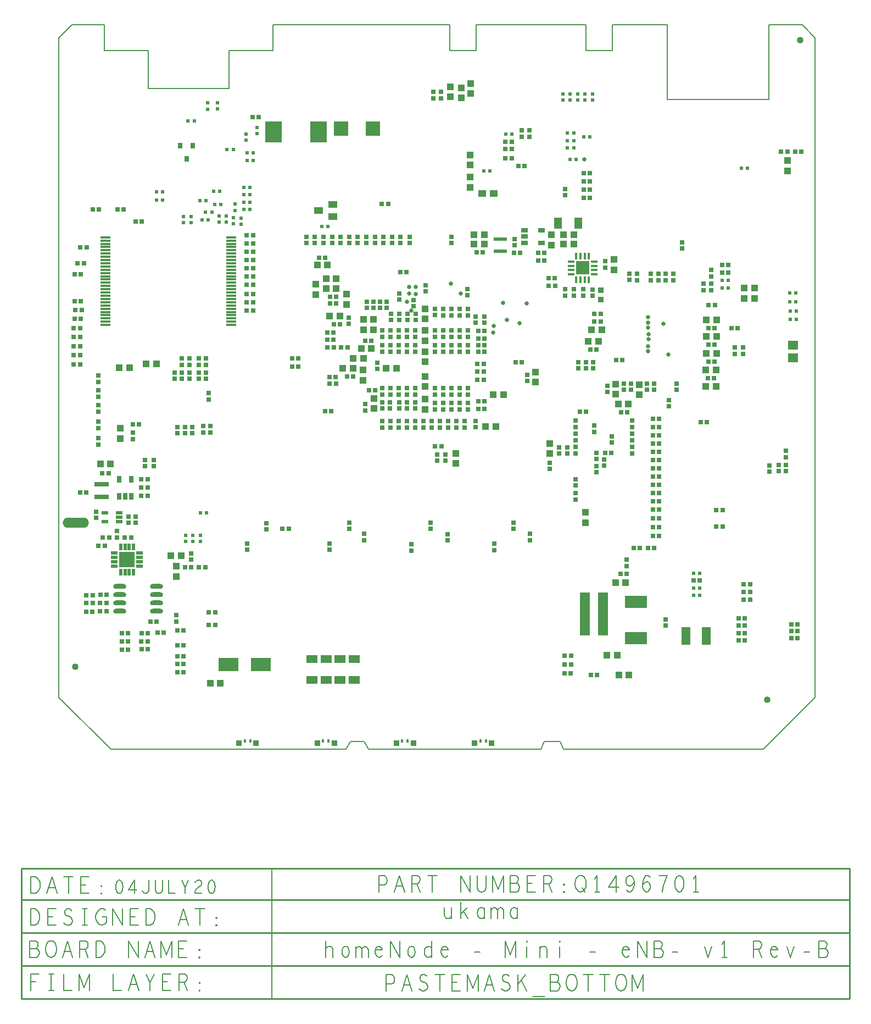
<source format=gbr>
G04 ================== begin FILE IDENTIFICATION RECORD ==================*
G04 Layout Name:  HNODE-MINI-ENB-REV-B_10May22.brd*
G04 Film Name:    HNode-MINI-eNB-v7-RevB-PMB.gbr*
G04 File Format:  Gerber RS274X*
G04 File Origin:  Cadence Allegro 16.6-2015-S108*
G04 Origin Date:  Tue May 10 16:33:03 2022*
G04 *
G04 Layer:  BOARD GEOMETRY/OUTLINE*
G04 Layer:  DRAWING FORMAT/OUTLINE_DATA*
G04 Layer:  PACKAGE GEOMETRY/PASTEMASK_BOTTOM*
G04 Layer:  PIN/PASTEMASK_BOTTOM*
G04 *
G04 Offset:    (0.000 0.000)*
G04 Mirror:    No*
G04 Mode:      Positive*
G04 Rotation:  0*
G04 FullContactRelief:  No*
G04 UndefLineWidth:     6.000*
G04 ================== end FILE IDENTIFICATION RECORD ====================*
%FSLAX55Y55*MOIN*%
%IR0*IPPOS*OFA0.00000B0.00000*MIA0B0*SFA1.00000B1.00000*%
%ADD32R,.085039X.08898*%
%ADD44R,.055X.11*%
%ADD28R,.12411X.08474*%
%ADD13O,.159539X.061118*%
%ADD42R,.133858X.072831*%
%ADD29R,.098421X.129921*%
%ADD17O,.08X.03*%
%ADD38R,.04X.014*%
%ADD39R,.014X.04*%
%ADD45R,.06X.052*%
%ADD27R,.034X.036*%
%ADD37R,.062988X.259839*%
%ADD34R,.045X.043*%
%ADD22R,.044X.04222*%
%ADD10C,.04*%
%ADD15R,.04222X.044*%
%ADD33C,.026*%
%ADD31R,.055X.039*%
%ADD40R,.083X.083*%
%ADD24R,.02X.02*%
%ADD23R,.021X.021*%
%ADD14R,.08661X.0315*%
%ADD11R,.028X.028*%
%ADD25R,.0315X.035429*%
%ADD30R,.070902X.049201*%
%ADD41R,.049201X.070902*%
%ADD43R,.0375X.0375*%
%ADD16R,.059059X.011811*%
%ADD36R,.07874X.024606*%
%ADD19R,.041429X.01978*%
%ADD18R,.01978X.041429*%
%ADD20R,.096551X.096551*%
%ADD12R,.039461X.01978*%
%ADD35R,.03937X.027559*%
%ADD21R,.027559X.03937*%
%ADD26R,.017717X.019685*%
%ADD46C,.01*%
%ADD47C,.006*%
G75*
%LPD*%
G75*
G54D10*
X10000Y50000D03*
X430000Y30000D03*
X450000Y430000D03*
G54D20*
X41374Y115112D03*
G54D11*
X16584Y83513D03*
X20374D03*
X16684Y88913D03*
X20474D03*
X25084Y88813D03*
X28874D03*
X25084Y83813D03*
X28874D03*
X16684Y93513D03*
X20474D03*
X25184Y93813D03*
X28974D03*
X22674Y144203D03*
Y140413D03*
X24084Y123613D03*
X27874D03*
X26674Y128413D03*
X12835Y155736D03*
X16626D03*
X26324Y167599D03*
X23837Y188671D03*
Y184880D03*
X23811Y198671D03*
Y194880D03*
Y204880D03*
X8984Y233513D03*
X12774D03*
X23811Y226671D03*
Y222880D03*
Y208671D03*
Y217671D03*
Y213880D03*
X8984Y244513D03*
X12774D03*
X8984Y239013D03*
X12774D03*
X8984Y250013D03*
X12774D03*
X8984Y255513D03*
X12774D03*
X9484Y261013D03*
X13274D03*
X13265Y288013D03*
X9474D03*
X13865Y266513D03*
X10074D03*
X15165Y294813D03*
X11374D03*
X13265Y271713D03*
X9474D03*
X16765Y304613D03*
X12974D03*
X20484Y327513D03*
X24274D03*
X53881Y60691D03*
X50091D03*
X38233Y60491D03*
X42023D03*
X50091Y70522D03*
X53881D03*
X53872Y65522D03*
X50082D03*
X55584Y77313D03*
X38233Y70322D03*
X42023D03*
X42013Y65322D03*
X38223D03*
X42174Y141203D03*
Y137413D03*
X46674Y137423D03*
Y141213D03*
X40084Y128613D03*
X43874D03*
X35174Y132303D03*
Y128513D03*
X30465Y128413D03*
X53845Y163717D03*
X50055D03*
X53845Y158817D03*
X50055D03*
X53845Y153817D03*
X50055D03*
X57714Y171645D03*
Y175436D03*
X52214Y175426D03*
Y171636D03*
X30114Y167599D03*
X44814Y188245D03*
Y192036D03*
X44924Y197136D03*
X48714D03*
X46484Y320013D03*
X50274D03*
X39265Y327513D03*
X35474D03*
X75644Y46703D03*
X71853D03*
X71863Y51703D03*
X75653D03*
X75644Y56535D03*
X71853D03*
X75607Y63049D03*
X71816D03*
X71826Y71961D03*
X75616D03*
X71389Y81367D03*
Y77577D03*
X59931Y70685D03*
X63721D03*
X59374Y77313D03*
X76484Y110513D03*
X80274D03*
X80374Y118903D03*
Y115113D03*
X84984Y110513D03*
X71927Y195503D03*
Y191713D03*
X76427Y195503D03*
Y191713D03*
X80927Y195503D03*
Y191713D03*
X87427Y196003D03*
Y192213D03*
X74674Y224723D03*
Y228513D03*
X79174Y224723D03*
Y228513D03*
X70174Y224723D03*
Y228513D03*
X74674Y233213D03*
X79174D03*
X84911Y224723D03*
Y228513D03*
Y233213D03*
X74674Y237003D03*
X79174D03*
X84911D03*
X94765Y75513D03*
X90974D03*
X94765Y83013D03*
X90974D03*
X88774Y110513D03*
X114187Y121151D03*
Y124941D03*
X91927Y196003D03*
Y192213D03*
X89411Y224723D03*
Y228513D03*
Y233213D03*
X90927Y216003D03*
Y212213D03*
X89411Y237003D03*
X114053Y266217D03*
Y276217D03*
Y271217D03*
X114043Y291717D03*
X114053Y286717D03*
Y281717D03*
Y301717D03*
Y296717D03*
Y311717D03*
Y306717D03*
X125887Y137231D03*
Y133441D03*
X139487Y133722D03*
X135697D03*
X141439Y232264D03*
X145229D03*
X141439Y237264D03*
X145229D03*
X117843Y266217D03*
Y276217D03*
Y271217D03*
X117833Y291717D03*
X117843Y286717D03*
Y281717D03*
Y301717D03*
Y296717D03*
Y311717D03*
Y306717D03*
X121290Y383400D03*
X117500D03*
X164287Y121151D03*
Y124941D03*
X165235Y204975D03*
X161445D03*
X174791Y226039D03*
X164307Y221722D03*
X168097D03*
X164291Y225739D03*
X168081D03*
X166792Y243739D03*
X163002D03*
X162947Y248291D03*
X166737D03*
X170583Y257622D03*
X166793D03*
X162947Y252841D03*
X166737D03*
X171391Y243739D03*
X175181D03*
X164591Y270339D03*
X168381D03*
X168371Y274339D03*
X164581D03*
X157907Y298022D03*
X161697D03*
X160597Y307132D03*
Y310922D03*
X170997Y307127D03*
Y310917D03*
X165797Y307127D03*
Y310917D03*
X150197Y307127D03*
Y310917D03*
X155397Y307127D03*
Y310917D03*
X185287Y126851D03*
Y130641D03*
X176287Y137531D03*
Y133741D03*
X201387Y195251D03*
Y199041D03*
X196387Y195251D03*
Y199041D03*
X200987Y206641D03*
X196387D03*
X185993Y205511D03*
X191977Y217841D03*
X188187D03*
X193381Y230749D03*
Y234539D03*
X178581Y226039D03*
X200987Y210431D03*
X201387Y219031D03*
Y215241D03*
X196387Y210431D03*
Y219031D03*
Y215241D03*
X185993Y209301D03*
X201387Y254031D03*
Y250241D03*
X189687Y247941D03*
X185897D03*
X196387Y254031D03*
Y250241D03*
X201697Y264112D03*
Y260322D03*
X175897Y261817D03*
Y258027D03*
X201387Y241251D03*
Y245041D03*
X196387Y241251D03*
Y245041D03*
X198781Y267801D03*
Y271591D03*
X194881Y267801D03*
Y271591D03*
X190981Y267801D03*
Y271591D03*
X186781Y267801D03*
Y271591D03*
X202197Y307122D03*
Y310912D03*
X196997Y307132D03*
Y310922D03*
X191797Y307132D03*
Y310922D03*
X176197Y307127D03*
Y310917D03*
X181397Y307117D03*
Y310907D03*
X186597Y307127D03*
Y310917D03*
X195984Y330713D03*
X199774D03*
X214087Y120551D03*
Y124341D03*
X225687Y137531D03*
Y133741D03*
X229687Y175141D03*
X226387Y195251D03*
Y199041D03*
X231387Y195251D03*
Y199041D03*
X221387Y195251D03*
Y199041D03*
X211387Y195251D03*
Y199041D03*
X216387Y195251D03*
Y199041D03*
X206387Y195251D03*
Y199041D03*
X228387Y206251D03*
X233387D03*
X211387Y206641D03*
X216387D03*
X206639D03*
X229687Y178931D03*
X232177Y183641D03*
X228387D03*
Y210041D03*
X233387D03*
X228387Y219031D03*
Y215241D03*
X233387Y219031D03*
Y215241D03*
X211387Y210431D03*
Y219031D03*
Y215241D03*
X216387Y210431D03*
Y219031D03*
Y215241D03*
X206639Y210431D03*
X206387Y219031D03*
Y215241D03*
X233387Y263246D03*
X228182Y263451D03*
X233387Y254031D03*
Y250241D03*
X228387Y254031D03*
Y250241D03*
X211387Y254031D03*
Y250241D03*
X216387Y254031D03*
Y250241D03*
X206387Y254031D03*
Y250241D03*
X216481Y264234D03*
Y260444D03*
X206487Y264086D03*
Y260296D03*
X211481Y264234D03*
Y260444D03*
X228387Y241251D03*
Y245041D03*
X233387Y241251D03*
Y245041D03*
X211387Y241251D03*
Y245041D03*
X216387Y241251D03*
Y245041D03*
X206387Y241251D03*
Y245041D03*
X211087Y289422D03*
X207297D03*
X233387Y267036D03*
X222487Y277801D03*
Y281591D03*
X228182Y267242D03*
X206587Y272651D03*
Y276441D03*
X215197Y272412D03*
Y268622D03*
X212797Y310923D03*
Y307133D03*
X207397Y310907D03*
Y307117D03*
X227254Y394827D03*
Y398618D03*
X231927Y394888D03*
Y398678D03*
X235887Y126651D03*
Y130441D03*
X234687Y175141D03*
X252887Y199231D03*
Y195441D03*
X246387Y195251D03*
Y199041D03*
X241387Y195251D03*
Y199041D03*
X236387Y195251D03*
Y199041D03*
X258377Y206441D03*
X254587D03*
X248387Y206251D03*
X238387D03*
X243387D03*
X234687Y178931D03*
X257877Y224191D03*
X254087D03*
X257877Y229191D03*
X254087D03*
X257877Y233941D03*
X254087D03*
X258377Y211191D03*
X254587D03*
X248387Y210041D03*
Y219031D03*
Y215241D03*
X238387Y210041D03*
Y219031D03*
Y215241D03*
X243387Y210041D03*
Y219031D03*
Y215241D03*
X238094Y263246D03*
X243387D03*
X248387D03*
X258277Y249141D03*
X254487D03*
X258277Y253939D03*
X254487D03*
X258181Y262429D03*
Y258639D03*
X252881Y262429D03*
Y258639D03*
X248387Y254031D03*
Y250241D03*
X238387Y254031D03*
Y250241D03*
X243387Y254031D03*
Y250241D03*
X258277Y241141D03*
X254487D03*
X258277Y245068D03*
X254487D03*
X248387Y241251D03*
Y245041D03*
X238387Y241251D03*
Y245041D03*
X243387Y241251D03*
Y245041D03*
X247974Y275323D03*
Y279113D03*
X238094Y267036D03*
X243387D03*
X248387D03*
X257365Y301413D03*
X253574D03*
X238174Y310803D03*
Y307013D03*
X264187Y120851D03*
Y124641D03*
X286087Y126851D03*
Y130641D03*
X275887Y137531D03*
Y133741D03*
X280904Y234888D03*
X277113D03*
X284197Y223327D03*
Y227117D03*
X290874Y301213D03*
X280045Y300975D03*
X276254D03*
X290884Y296513D03*
X276552Y305778D03*
Y309568D03*
X270984Y364013D03*
X274774D03*
X270984Y358513D03*
X274774D03*
X280774Y375303D03*
Y371513D03*
X285474Y375303D03*
Y371513D03*
X278902Y353853D03*
X282692D03*
X270984Y368513D03*
X274774D03*
X310855Y56846D03*
X307065D03*
X307088Y51303D03*
X310878D03*
X306834Y46075D03*
X310624D03*
X313487Y155331D03*
Y151541D03*
Y160051D03*
Y163841D03*
X298087Y170051D03*
Y173841D03*
X313487Y187551D03*
Y191341D03*
Y195551D03*
Y199341D03*
X316097Y204941D03*
X319887D03*
X313487Y179551D03*
Y183341D03*
X308587Y179351D03*
Y183141D03*
X303487Y179351D03*
Y183141D03*
X315374Y234903D03*
Y231113D03*
X319874Y231123D03*
Y234913D03*
X318324Y275173D03*
Y278963D03*
X312601Y275173D03*
Y278963D03*
X307300D03*
Y275173D03*
X297300Y280952D03*
X301090D03*
X301062Y285630D03*
X297272D03*
X294665Y301213D03*
X294674Y296513D03*
X318474Y344513D03*
X307374Y336123D03*
Y339913D03*
X318474Y339513D03*
Y334513D03*
Y349513D03*
X326576Y45252D03*
X322786D03*
X344584Y111207D03*
Y114997D03*
X344682Y106605D03*
X340892D03*
X348830Y121981D03*
X326237Y171831D03*
Y168041D03*
X330787Y175781D03*
Y171991D03*
X326237Y176051D03*
X335487Y186051D03*
Y189841D03*
X325087Y196331D03*
Y192541D03*
X341097Y204441D03*
X344887D03*
X347987Y179551D03*
Y183341D03*
X331597Y179841D03*
X335387D03*
X326237D03*
X347987Y191331D03*
Y187541D03*
Y195551D03*
Y199341D03*
X347374Y218123D03*
Y221913D03*
X342874Y221903D03*
Y218113D03*
X338230Y236259D03*
X342020D03*
X324374Y234903D03*
Y231113D03*
X332874Y216623D03*
Y220413D03*
X324984Y259513D03*
X328774D03*
X328765Y264013D03*
X324975D03*
X322484Y242513D03*
X326274D03*
X323887Y275066D03*
Y278856D03*
X331750Y292263D03*
X346374Y284623D03*
Y288413D03*
X331750Y296053D03*
X322265Y344513D03*
Y339513D03*
Y334513D03*
Y349513D03*
X368374Y75123D03*
Y78913D03*
X360597Y145441D03*
X364387D03*
X360597Y140191D03*
X364387D03*
X364377Y134941D03*
X360587D03*
X364377Y129441D03*
X360587D03*
X352621Y121981D03*
X361296Y122127D03*
X357506D03*
X360597Y150441D03*
X364387D03*
X360597Y165441D03*
X364387D03*
X360597Y160441D03*
X364387D03*
X360597Y155441D03*
X364387D03*
X360597Y175441D03*
X364387D03*
X360597Y170441D03*
X364387D03*
X360597Y200441D03*
X364387D03*
X360597Y180441D03*
X364387D03*
X360597Y195441D03*
X364387D03*
X360597Y190441D03*
X364387D03*
X360597Y185441D03*
X364387D03*
X361374Y221803D03*
Y218013D03*
X357074Y221803D03*
Y218013D03*
X374912Y221941D03*
Y218151D03*
X370196Y208051D03*
Y211841D03*
X372974Y288303D03*
Y284513D03*
X350974Y288403D03*
Y284613D03*
X368374Y284523D03*
Y288313D03*
X359174Y288303D03*
Y284513D03*
X363774Y288303D03*
Y284513D03*
X378141Y307595D03*
Y303805D03*
X388965Y102413D03*
X385174D03*
X398984Y135013D03*
X402774D03*
X398984Y145013D03*
X402774D03*
X393381Y198313D03*
X389591D03*
X398065Y235213D03*
X394274D03*
X397565Y225213D03*
X393774D03*
X398065Y255413D03*
X394274D03*
X398065Y245313D03*
X394274D03*
X408284Y255513D03*
X406265Y293713D03*
X402474D03*
X402484Y289113D03*
X406274D03*
X396074Y290703D03*
Y286913D03*
Y282403D03*
Y278613D03*
X391174Y282403D03*
Y278613D03*
X394384Y269613D03*
X398174D03*
X416265Y79613D03*
X412474D03*
X416265Y75113D03*
X412474D03*
X412484Y66113D03*
X416274D03*
X412484Y70613D03*
X416274D03*
X419465Y90913D03*
X415674D03*
X419465Y95613D03*
X415674D03*
X419465Y100213D03*
X415674D03*
X431274Y168323D03*
Y172113D03*
X436774Y172560D03*
Y168770D03*
X412074Y255513D03*
X415174Y243703D03*
Y239913D03*
X410374Y243703D03*
Y239913D03*
X448289Y71741D03*
X444499D03*
X448323Y67371D03*
X444532D03*
X448289Y75941D03*
X444499D03*
X441274Y168823D03*
Y172613D03*
X441300Y177210D03*
Y181000D03*
X442200Y362300D03*
X438410D03*
X446784Y362313D03*
X450574D03*
G54D21*
X43955Y163717D03*
X36474D03*
Y153481D03*
X40214D03*
X43955D03*
G54D12*
X27843Y138254D03*
Y143372D03*
X36505D03*
Y138254D03*
Y140813D03*
G54D30*
X162242Y54702D03*
Y42102D03*
X153742Y54702D03*
Y42102D03*
X170735Y54709D03*
Y42109D03*
X179236Y54709D03*
Y42109D03*
G54D40*
X317874Y292013D03*
G54D31*
X166130Y322963D03*
X157430Y326713D03*
X166130Y330463D03*
G54D22*
X37314Y194736D03*
Y188536D03*
X71375Y104913D03*
Y111113D03*
X156087Y275841D03*
Y282041D03*
X174637Y276141D03*
Y269941D03*
X191287Y206641D03*
X184497Y223822D03*
Y230022D03*
X191287Y212841D03*
X222387Y206251D03*
Y212451D03*
X222237Y235051D03*
X222387Y220041D03*
Y226241D03*
X222237Y241251D03*
X222387Y261041D03*
Y247831D03*
Y254031D03*
Y267241D03*
X240787Y173341D03*
Y179541D03*
X249550Y347002D03*
Y340802D03*
X249650Y360602D03*
Y354402D03*
X237616Y401925D03*
Y395725D03*
X244111Y401162D03*
Y394962D03*
X250079Y397623D03*
Y403823D03*
X289397Y228922D03*
Y222722D03*
X319597Y137522D03*
Y143722D03*
X298087Y185541D03*
Y179341D03*
X298974Y305913D03*
Y312113D03*
X337874Y215413D03*
Y221613D03*
X336875Y290913D03*
Y297113D03*
X352165Y215035D03*
Y221235D03*
X422100Y273500D03*
Y279700D03*
X415900D03*
Y273500D03*
X442184Y350800D03*
Y357000D03*
G54D13*
X10121Y137528D03*
G54D41*
X302807Y319256D03*
X315407D03*
G54D14*
X26044Y152976D03*
Y160850D03*
G54D23*
X86004Y143513D03*
X81374Y126143D03*
Y129883D03*
X85874Y126143D03*
Y129883D03*
X76874D03*
Y126143D03*
X75600Y323270D03*
Y319530D03*
X86930Y321200D03*
X80100Y323270D03*
Y319530D03*
X85530Y332700D03*
X82134Y380965D03*
X78393D03*
X89744Y143513D03*
X110600Y322030D03*
Y318290D03*
X106016Y322531D03*
Y318791D03*
X90670Y321200D03*
X101600Y323470D03*
Y319730D03*
X97116Y323531D03*
Y319791D03*
X116016Y327375D03*
X112275D03*
X116016Y331815D03*
X112275D03*
X116016Y336315D03*
X112275D03*
X116016Y340815D03*
X112275D03*
X107000Y330670D03*
Y326930D03*
X93930Y338400D03*
X97670D03*
X98270Y330500D03*
X94530D03*
X89030Y325700D03*
X92770D03*
X89270Y332700D03*
X105792Y363925D03*
X102051D03*
X113700Y369330D03*
Y373070D03*
X114341Y357100D03*
Y361661D03*
X90300Y388230D03*
Y391970D03*
X96100Y388330D03*
Y392070D03*
X118082Y357100D03*
X120300Y373429D03*
Y377170D03*
X118082Y361661D03*
X163244Y317113D03*
X159504D03*
X257904Y350913D03*
X261644D03*
X271104Y373013D03*
X274844D03*
X312445Y369213D03*
X308704D03*
X312444Y373713D03*
X308704D03*
X318504Y371513D03*
X308704Y364713D03*
X312444D03*
X310330Y357800D03*
X314070D03*
X314874Y393643D03*
Y397383D03*
X319374D03*
Y393643D03*
X310374Y393643D03*
Y397383D03*
X305874Y397383D03*
Y393643D03*
X322245Y371513D03*
X323874Y393643D03*
Y397383D03*
X388944Y93413D03*
X385204D03*
X388944Y97913D03*
X385204D03*
X388944Y106913D03*
X385204D03*
X402504Y284413D03*
X406245D03*
X406245Y279913D03*
X402504D03*
X414189Y352508D03*
X417929D03*
X447535Y260785D03*
X443795D03*
X447579Y265843D03*
X443839D03*
X447356Y271336D03*
X443616D03*
X447344Y276718D03*
X443604D03*
G54D32*
X171158Y376471D03*
X190450D03*
G54D24*
X62870Y333090D03*
X59370D03*
X62870Y338090D03*
X59370D03*
G54D33*
X216597Y276222D03*
X211237Y271441D03*
X212537Y276391D03*
X216487Y280441D03*
X212587Y280341D03*
X213874Y266113D03*
X244041Y276417D03*
X238074Y282313D03*
X263797Y256822D03*
X263697Y252722D03*
X271797Y260522D03*
X279684Y258423D03*
X269679Y270897D03*
X283826Y270509D03*
X318800Y357800D03*
X357772Y248662D03*
X357721Y244612D03*
Y241462D03*
X370025Y239409D03*
X357671Y255712D03*
X357772Y251812D03*
X357671Y258862D03*
Y262012D03*
X366875Y257965D03*
G54D15*
X25114Y173099D03*
X31314D03*
X42811Y231414D03*
X36611D03*
X53052Y233764D03*
X68082Y117378D03*
X74282D03*
X59252Y233764D03*
X91774Y40013D03*
X97974D03*
X172381Y231139D03*
X164387Y262691D03*
X170587D03*
X162181Y285541D03*
X168381D03*
X162997Y293622D03*
X156797D03*
X162181Y279439D03*
X168381D03*
X184781Y237139D03*
X178581D03*
Y231139D03*
X204881D03*
X198681D03*
X191081Y254539D03*
X184881D03*
X183487Y243141D03*
X189687D03*
X191081Y260941D03*
X184881D03*
X258897Y195622D03*
X252074Y306613D03*
X258274D03*
X252074Y312213D03*
X258274D03*
X265097Y195622D03*
X263597Y215022D03*
X269797D03*
X321274Y247513D03*
X306274Y306513D03*
X312474D03*
X306274Y312013D03*
X312474D03*
X339781Y45006D03*
X345981D03*
X338781Y57220D03*
X332581D03*
X337818Y101046D03*
X344018D03*
X345674Y209513D03*
X339474D03*
X327474Y247513D03*
X323274Y254513D03*
X329474D03*
X398774Y220213D03*
X392574D03*
X398774Y230213D03*
X392574D03*
X399274Y240213D03*
X393074D03*
X399274Y250313D03*
X393074D03*
X399274Y260413D03*
X393074D03*
G54D42*
X350374Y67588D03*
Y89438D03*
G54D16*
X28259Y257398D03*
Y259367D03*
Y263304D03*
Y261335D03*
Y284957D03*
Y267241D03*
Y265272D03*
Y275115D03*
Y271178D03*
Y290863D03*
Y286926D03*
Y281020D03*
Y277083D03*
Y292831D03*
Y288894D03*
Y282989D03*
Y279052D03*
Y273146D03*
Y269209D03*
Y302674D03*
Y298737D03*
Y294800D03*
Y300705D03*
Y296768D03*
Y304642D03*
Y308579D03*
Y310548D03*
Y306611D03*
X104637Y257398D03*
Y259367D03*
Y263304D03*
Y261335D03*
Y281020D03*
Y286926D03*
Y279052D03*
Y284957D03*
Y292831D03*
Y273146D03*
Y271178D03*
Y269209D03*
Y267241D03*
Y265272D03*
Y282989D03*
Y288894D03*
Y290863D03*
Y277083D03*
Y275115D03*
Y294800D03*
Y310548D03*
Y308579D03*
Y306611D03*
Y304642D03*
Y302674D03*
Y300705D03*
Y298737D03*
Y296768D03*
G54D43*
X328874Y272660D03*
Y278566D03*
G54D25*
X77495Y358274D03*
X73755Y366148D03*
X81236D03*
G54D34*
X256974Y337013D03*
X263774D03*
G54D26*
X116173Y5228D03*
X112827D03*
X163673D03*
X160327D03*
X211673D03*
X208327D03*
X259173D03*
X255827D03*
G54D35*
X282658Y307227D03*
Y310967D03*
Y314707D03*
X292894D03*
Y307227D03*
G54D17*
X36774Y88813D03*
X59374D03*
Y83813D03*
X36774D03*
X59374Y93813D03*
X36774D03*
X59374Y98813D03*
X36774D03*
G54D44*
X380596Y68900D03*
X392800D03*
G54D18*
X45213Y107435D03*
X42654D03*
X40094D03*
X37535D03*
X40094Y122789D03*
X37535D03*
X42654D03*
X45213D03*
G54D36*
X267774Y309603D03*
Y302222D03*
G54D27*
X109257Y3850D03*
X119743D03*
X167243D03*
X156757D03*
X204757D03*
X215243D03*
X262743D03*
X252257D03*
G54D45*
X445511Y237579D03*
Y245059D03*
G54D46*
G01X-22652Y-72063D02*
Y-151263D01*
G01D02*
X405248D01*
G01X-22652Y-131263D02*
X479948D01*
G01X-22652Y-91263D02*
X479948D01*
G01X-22652Y-111263D02*
X479948D01*
G01Y-72063D02*
X-22652D01*
G01X405248Y-151263D02*
X479948D01*
G01D02*
Y-72063D01*
G54D19*
X33697Y113832D03*
Y116392D03*
X49051Y113832D03*
Y111273D03*
Y118951D03*
Y116392D03*
X33697Y111273D03*
Y118951D03*
G54D37*
X319363Y82013D03*
X330386D03*
G54D28*
X102964Y51577D03*
X122649D03*
G54D47*
G01X-6102Y-146163D02*
X-3102D01*
G01X-4602Y-136163D02*
Y-146163D01*
G01X-16977D02*
Y-136163D01*
G01X-3752Y-125930D02*
X-4752Y-126097D01*
G01X-2877Y-125264D02*
X-3752Y-125930D01*
G01X-2127Y-124264D02*
X-2877Y-125264D01*
G01X-1627Y-123097D02*
X-2127Y-124264D01*
G01X-1377Y-121764D02*
X-1627Y-123097D01*
G01X-1377Y-120430D02*
Y-121764D01*
G01X-1627Y-119097D02*
X-1377Y-120430D01*
G01X-2127Y-117930D02*
X-1627Y-119097D01*
G01X-2877Y-116930D02*
X-2127Y-117930D01*
G01X-3752Y-116264D02*
X-2877Y-116930D01*
G01X-4752Y-116097D02*
X-3752Y-116264D01*
G01X-5752D02*
X-4752Y-116097D01*
G01X-6627Y-116930D02*
X-5752Y-116264D01*
G01X-7377Y-117930D02*
X-6627Y-116930D01*
G01X-7877Y-119097D02*
X-7377Y-117930D01*
G01X-8127Y-120430D02*
X-7877Y-119097D01*
G01X-8127Y-121764D02*
Y-120430D01*
G01X-7877Y-123097D02*
X-8127Y-121764D01*
G01X-7377Y-124264D02*
X-7877Y-123097D01*
G01X-6627Y-125264D02*
X-7377Y-124264D01*
G01X-5752Y-125930D02*
X-6627Y-125264D01*
G01X-4752Y-126097D02*
X-5752Y-125930D01*
G01X-6102Y-136163D02*
X-3102D01*
G01X-13752Y-120764D02*
X-17627D01*
G01X-12877Y-121097D02*
X-13752Y-120764D01*
G01X-12127Y-122097D02*
X-12877Y-121097D01*
G01X-11877Y-123264D02*
X-12127Y-122097D01*
G01Y-124430D02*
X-11877Y-123264D01*
G01X-12627Y-125430D02*
X-12127Y-124430D01*
G01X-13502Y-126097D02*
X-12627Y-125430D01*
G01X-17627Y-126097D02*
X-13502D01*
G01X-17627Y-116097D02*
Y-126097D01*
G01X-14252Y-116097D02*
X-17627D01*
G01X-13377Y-116597D02*
X-14252Y-116097D01*
G01X-12877Y-117264D02*
X-13377Y-116597D01*
G01X-12627Y-118264D02*
X-12877Y-117264D01*
G01Y-119431D02*
X-12627Y-118264D01*
G01X-13252Y-120264D02*
X-12877Y-119431D01*
G01X-13752Y-120764D02*
X-13252Y-120264D01*
G01X-13977Y-140996D02*
X-16977D01*
G01Y-136163D02*
X-12227D01*
G01X-4202Y-77363D02*
X-1077Y-87363D01*
G01X-7327D02*
X-4202Y-77363D01*
G01X-6902Y-96563D02*
X-1902D01*
G01X-3902Y-101396D02*
X-6902D01*
G01Y-106563D02*
Y-96563D01*
G01X-1902Y-106563D02*
X-6902D01*
G01X-14452Y-87363D02*
X-16952D01*
G01X-13452Y-86863D02*
X-14452Y-87363D01*
G01X-12702Y-86197D02*
X-13452Y-86863D01*
G01X-12077Y-85196D02*
X-12702Y-86197D01*
G01X-16952Y-87363D02*
Y-77363D01*
G01X-14652Y-96563D02*
X-13652Y-97063D01*
G01X-17152Y-96563D02*
X-14652D01*
G01Y-106563D02*
X-17152D01*
G01X-13652Y-106063D02*
X-14652Y-106563D01*
G01X-12902Y-105397D02*
X-13652Y-106063D01*
G01X-12277Y-104396D02*
X-12902Y-105397D01*
G01X-11777Y-103230D02*
X-12277Y-104396D01*
G01X-11652Y-101563D02*
X-11777Y-103230D01*
G01Y-99897D02*
X-11652Y-101563D01*
G01X-12277Y-98730D02*
X-11777Y-99897D01*
G01X-12902Y-97730D02*
X-12277Y-98730D01*
G01X-13652Y-97063D02*
X-12902Y-97730D01*
G01X-17152Y-106563D02*
Y-96563D01*
G01X-2202Y-83863D02*
X-6202D01*
G01X-11577Y-80697D02*
X-11452Y-82363D01*
G01X-12077Y-79530D02*
X-11577Y-80697D01*
G01X-12702Y-78530D02*
X-12077Y-79530D01*
G01X-13452Y-77863D02*
X-12702Y-78530D01*
G01X-14452Y-77363D02*
X-13452Y-77863D01*
G01X-16952Y-77363D02*
X-14452D01*
G01X-11577Y-84030D02*
X-12077Y-85196D01*
G01X-11452Y-82363D02*
X-11577Y-84030D01*
G01X15398Y-144496D02*
X18648Y-136163D01*
G01X12148D02*
X15398Y-144496D01*
G01X18648Y-136163D02*
Y-146163D01*
G01X12148D02*
Y-136163D01*
G01X2898Y-146163D02*
X7898D01*
G01X2898Y-136163D02*
Y-146163D01*
G01X24998Y-126097D02*
X22498D01*
G01X25998Y-125597D02*
X24998Y-126097D01*
G01X26748Y-124931D02*
X25998Y-125597D01*
G01X27373Y-123930D02*
X26748Y-124931D01*
G01X27873Y-122764D02*
X27373Y-123930D01*
G01X27998Y-121097D02*
X27873Y-122764D01*
G01Y-119431D02*
X27998Y-121097D01*
G01X27373Y-118264D02*
X27873Y-119431D01*
G01X26748Y-117264D02*
X27373Y-118264D01*
G01X25998Y-116597D02*
X26748Y-117264D01*
G01X24998Y-116097D02*
X25998Y-116597D01*
G01X22498Y-116097D02*
X24998D01*
G01X22498Y-126097D02*
Y-116097D01*
G01X15873Y-121264D02*
X17748Y-126097D01*
G01X15873Y-121264D02*
X12748D01*
G01X16748Y-120764D02*
X15873Y-121264D01*
G01X17498Y-119930D02*
X16748Y-120764D01*
G01X17748Y-118597D02*
X17498Y-119930D01*
G01Y-117264D02*
X17748Y-118597D01*
G01X16873Y-116597D02*
X17498Y-117264D01*
G01X15873Y-116097D02*
X16873Y-116597D01*
G01X12748Y-116097D02*
X15873D01*
G01X12748Y-126097D02*
Y-116097D01*
G01X5248D02*
X8373Y-126097D01*
G01X7248Y-122597D02*
X3248D01*
G01X2123Y-126097D02*
X5248Y-116097D01*
G01X26048Y-87530D02*
X25798Y-87696D01*
G01X26048Y-87196D02*
Y-87530D01*
G01X25798Y-87030D02*
X26048Y-87196D01*
G01X25548D02*
X25798Y-87030D01*
G01X25548Y-87530D02*
Y-87196D01*
G01X25798Y-87696D02*
X25548Y-87530D01*
G01X26473Y-96563D02*
X27473Y-96896D01*
G01X25598Y-96563D02*
X26473D01*
G01X24598Y-97063D02*
X25598Y-96563D01*
G01X27473Y-96896D02*
X28223Y-97563D01*
G01X23848Y-97730D02*
X24598Y-97063D01*
G01X23098Y-98730D02*
X23848Y-97730D01*
G01X22598Y-99897D02*
X23098Y-98730D01*
G01X22348Y-100896D02*
X22598Y-99897D01*
G01X22348Y-102063D02*
Y-100896D01*
G01X22598Y-103396D02*
X22348Y-102063D01*
G01X23098Y-104563D02*
X22598Y-103396D01*
G01X23848Y-105563D02*
X23098Y-104563D01*
G01X24723Y-106230D02*
X23848Y-105563D01*
G01X25973Y-106563D02*
X24723Y-106230D01*
G01X27223D02*
X25973Y-106563D01*
G01X28098Y-105563D02*
X27223Y-106230D01*
G01X26348Y-101563D02*
X28848D01*
G01X13298Y-87363D02*
Y-77363D01*
G01X18298Y-87363D02*
X13298D01*
G01X5798Y-77363D02*
Y-87363D01*
G01X14098Y-96563D02*
X17098D01*
G01X6098D02*
X6973Y-96896D01*
G01X5223Y-96563D02*
X6098D01*
G01X14098Y-106563D02*
X17098D01*
G01X15598Y-96563D02*
Y-106563D01*
G01X6973Y-96896D02*
X7723Y-97730D01*
G01X6223Y-101230D02*
X4723Y-100896D01*
G01X7348Y-101896D02*
X6223Y-101230D01*
G01X7973Y-102897D02*
X7348Y-101896D01*
G01X8223Y-104063D02*
X7973Y-102897D01*
G01X7848Y-105230D02*
X8223Y-104063D01*
G01X7098Y-106063D02*
X7848Y-105230D01*
G01X6098Y-106563D02*
X7098Y-106063D01*
G01X5098Y-106563D02*
X6098D01*
G01X4348Y-97063D02*
X5223Y-96563D01*
G01X3723Y-97896D02*
X4348Y-97063D01*
G01X3473Y-99063D02*
X3723Y-97896D01*
G01X3848Y-100230D02*
X3473Y-99063D01*
G01X4723Y-100896D02*
X3848Y-100230D01*
G01X3973Y-106063D02*
X5098Y-106563D01*
G01X2973Y-105230D02*
X3973Y-106063D01*
G01X26048Y-83030D02*
X25798Y-83197D01*
G01X26048Y-82696D02*
Y-83030D01*
G01X25798Y-82530D02*
X26048Y-82696D01*
G01X25548D02*
X25798Y-82530D01*
G01X25548Y-83030D02*
Y-82696D01*
G01X25798Y-83197D02*
X25548Y-83030D01*
G01X13298Y-77363D02*
X18298D01*
G01X16298Y-82196D02*
X13298D01*
G01X2923Y-77363D02*
X8673D01*
G01X427559Y0D02*
X459055Y31496D01*
Y431496D01*
X451181Y439370D01*
X430807Y439370D01*
Y394094D01*
X369193D01*
Y439370D01*
X335827D01*
Y423622D01*
X320079D01*
Y439370D01*
X253150D01*
Y423622D01*
X237402D01*
Y439370D01*
X129921D01*
Y423622D01*
X103346D01*
Y400787D01*
X54134D01*
Y423622D01*
X27559D01*
Y439370D01*
X7874D01*
X0Y431496D01*
Y31496D01*
X31496Y0D01*
X174128D01*
X176813Y4724D01*
X185223D01*
X187908Y0D01*
X292520D01*
X294489Y4724D01*
X304331D01*
X306300Y0D01*
X427559D01*
G01X55398Y-146163D02*
Y-141663D01*
G01X45398Y-136163D02*
X48523Y-146163D01*
G01X42273D02*
X45398Y-136163D01*
G01X32898Y-146163D02*
X37898D01*
G01X32898Y-136163D02*
Y-146163D01*
G01X57248Y-122597D02*
X53248D01*
G01X55248Y-116097D02*
X58373Y-126097D01*
G01X57898Y-136163D02*
X55398Y-141663D01*
G01D02*
X52898Y-136163D01*
G01X52123Y-126097D02*
X55248Y-116097D01*
G01X48123Y-126097D02*
Y-116097D01*
G01X42373D02*
X48123Y-126097D01*
G01X42373D02*
Y-116097D01*
G01X47398Y-142663D02*
X43398D01*
G01X36635Y-79366D02*
X35835Y-79632D01*
X35235Y-80299D01*
X34835Y-81099D01*
X34535Y-82166D01*
X34435Y-83366D01*
X34535Y-84566D01*
X34835Y-85633D01*
X35235Y-86433D01*
X35835Y-87099D01*
X36635Y-87366D01*
X37435Y-87099D01*
X38035Y-86433D01*
X38435Y-85633D01*
X38735Y-84566D01*
X38835Y-83366D01*
X38735Y-82166D01*
X38435Y-81099D01*
X38035Y-80299D01*
X37435Y-79632D01*
X36635Y-79366D01*
G01X45835Y-87366D02*
Y-79366D01*
X42135Y-85099D01*
X47135D01*
G01X50635Y-85766D02*
X51135Y-86566D01*
X51735Y-87099D01*
X52435Y-87366D01*
X53235Y-87099D01*
X53835Y-86566D01*
X54435Y-85766D01*
X54635Y-84699D01*
Y-79366D01*
G01X58435D02*
Y-85099D01*
X58835Y-86299D01*
X59635Y-87099D01*
X60635Y-87366D01*
X61635Y-87099D01*
X62435Y-86299D01*
X62835Y-85099D01*
Y-79366D01*
G01X66635D02*
Y-87366D01*
X70635D01*
G01X76635D02*
Y-83766D01*
X74635Y-79366D01*
G01X78635D02*
X76635Y-83766D01*
G01X82735Y-80699D02*
X83335Y-79899D01*
X84035Y-79499D01*
X84835Y-79366D01*
X85835Y-79632D01*
X86535Y-80299D01*
X86735Y-81099D01*
X86635Y-81899D01*
X86235Y-82566D01*
X84235Y-83899D01*
X83335Y-84833D01*
X82735Y-86166D01*
X82535Y-87366D01*
X86735D01*
G01X92635Y-79366D02*
X91835Y-79632D01*
X91235Y-80299D01*
X90835Y-81099D01*
X90535Y-82166D01*
X90435Y-83366D01*
X90535Y-84566D01*
X90835Y-85633D01*
X91235Y-86433D01*
X91835Y-87099D01*
X92635Y-87366D01*
X93435Y-87099D01*
X94035Y-86433D01*
X94435Y-85633D01*
X94735Y-84566D01*
X94835Y-83366D01*
X94735Y-82166D01*
X94435Y-81099D01*
X94035Y-80299D01*
X93435Y-79632D01*
X92635Y-79366D01*
G01X55348Y-96563D02*
X56348Y-97063D01*
G01Y-106063D02*
X55348Y-106563D01*
G01X57098Y-105397D02*
X56348Y-106063D01*
G01Y-97063D02*
X57098Y-97730D01*
G01X52848Y-96563D02*
X55348D01*
G01X43098D02*
X48098D01*
G01X55348Y-106563D02*
X52848D01*
G01D02*
Y-96563D01*
G01X46098Y-101396D02*
X43098D01*
G01Y-106563D02*
Y-96563D01*
G01X48098Y-106563D02*
X43098D01*
G01X38473D02*
Y-96563D01*
G01X32723D02*
X38473Y-106563D01*
G01X32723D02*
Y-96563D01*
G01X28848Y-104563D02*
X28098Y-105563D01*
G01X28848Y-101563D02*
Y-104563D01*
G01X85648Y-146330D02*
X85398Y-146496D01*
G01X85648Y-145996D02*
Y-146330D01*
G01X85398Y-145830D02*
X85648Y-145996D01*
G01X85148D02*
X85398Y-145830D01*
G01X85148Y-146330D02*
Y-145996D01*
G01X85398Y-146496D02*
X85148Y-146330D01*
G01X76023Y-141330D02*
X77898Y-146163D01*
G01X72898D02*
Y-136163D01*
G01X62898Y-146163D02*
Y-136163D01*
G01X67898Y-146163D02*
X62898D01*
G01X85498Y-121764D02*
X85248Y-121931D01*
G01X85498Y-121430D02*
Y-121764D01*
G01X85248Y-121264D02*
X85498Y-121430D01*
G01Y-126264D02*
X85248Y-126430D01*
G01X85498Y-125930D02*
Y-126264D01*
G01X85248Y-125764D02*
X85498Y-125930D01*
G01X85648Y-141830D02*
X85398Y-141997D01*
G01X85648Y-141496D02*
Y-141830D01*
G01X85398Y-141330D02*
X85648Y-141496D01*
G01X85148D02*
X85398Y-141330D01*
G01X85148Y-141830D02*
Y-141496D01*
G01X85398Y-141997D02*
X85148Y-141830D01*
G01X84998Y-121430D02*
X85248Y-121264D01*
G01X84998Y-121764D02*
Y-121430D01*
G01X85248Y-121931D02*
X84998Y-121764D01*
G01Y-125930D02*
X85248Y-125764D01*
G01X84998Y-126264D02*
Y-125930D01*
G01X85248Y-126430D02*
X84998Y-126264D01*
G01X75748Y-120930D02*
X72748D01*
G01Y-116097D02*
X77748D01*
G01X72748Y-126097D02*
Y-116097D01*
G01X77748Y-126097D02*
X72748D01*
G01X76023Y-141330D02*
X72898D01*
G01X76898Y-140830D02*
X76023Y-141330D01*
G01X77648Y-139996D02*
X76898Y-140830D01*
G01X77898Y-138663D02*
X77648Y-139996D01*
G01Y-137330D02*
X77898Y-138663D01*
G01X77023Y-136663D02*
X77648Y-137330D01*
G01X76023Y-136163D02*
X77023Y-136663D01*
G01X72898Y-136163D02*
X76023D01*
G01X68498Y-116097D02*
Y-126097D01*
G01X65248Y-124430D02*
X68498Y-116097D01*
G01X61998D02*
X65248Y-124430D01*
G01X61998Y-126097D02*
Y-116097D01*
G01X65898Y-140996D02*
X62898D01*
G01Y-136163D02*
X67898D01*
G01X85598Y-96563D02*
Y-106563D01*
G01X82723Y-96563D02*
X88473D01*
G01X77598Y-103063D02*
X73598D01*
G01X75598Y-96563D02*
X78723Y-106563D01*
G01X72473D02*
X75598Y-96563D01*
G01X57723Y-104396D02*
X57098Y-105397D01*
G01X58223Y-103230D02*
X57723Y-104396D01*
G01X58348Y-101563D02*
X58223Y-103230D01*
G01Y-99897D02*
X58348Y-101563D01*
G01X57723Y-98730D02*
X58223Y-99897D01*
G01X57098Y-97730D02*
X57723Y-98730D01*
G01X95848Y-102230D02*
X95598Y-102397D01*
G01X95848Y-101896D02*
Y-102230D01*
G01X95598Y-101730D02*
X95848Y-101896D01*
G01X95348D02*
X95598Y-101730D01*
G01X95348Y-102230D02*
Y-101896D01*
G01X95598Y-102397D02*
X95348Y-102230D01*
G01X95848Y-106730D02*
X95598Y-106896D01*
G01X95848Y-106396D02*
Y-106730D01*
G01X95598Y-106230D02*
X95848Y-106396D01*
G01X95348D02*
X95598Y-106230D01*
G01X95348Y-106730D02*
Y-106396D01*
G01X95598Y-106896D02*
X95348Y-106730D01*
G01X129248Y-72484D02*
Y-150643D01*
G01X161900Y-126187D02*
Y-116187D01*
G01Y-121020D02*
X162525Y-120187D01*
X163150Y-119687D01*
X164150Y-119521D01*
X164900Y-119687D01*
X165775Y-120354D01*
X166150Y-121354D01*
Y-126187D01*
G01X174025D02*
X173275Y-126021D01*
X172525Y-125354D01*
X172025Y-124187D01*
X171775Y-122854D01*
X172025Y-121521D01*
X172525Y-120354D01*
X173275Y-119687D01*
X174025Y-119521D01*
X174775Y-119687D01*
X175525Y-120354D01*
X176025Y-121521D01*
X176150Y-122854D01*
X176025Y-124187D01*
X175525Y-125354D01*
X174775Y-126021D01*
X174025Y-126187D01*
G01X180275D02*
Y-119521D01*
G01Y-121354D02*
X180650Y-120520D01*
X181275Y-119854D01*
X182150Y-119521D01*
X183025Y-119854D01*
X183650Y-120520D01*
X184025Y-121354D01*
Y-126187D01*
G01Y-121354D02*
X184400Y-120520D01*
X185025Y-119854D01*
X185900Y-119521D01*
X186775Y-119854D01*
X187400Y-120520D01*
X187775Y-121521D01*
Y-126187D01*
G01X192150Y-121687D02*
X196150D01*
X195775Y-120520D01*
X195150Y-119854D01*
X194275Y-119521D01*
X193400Y-119687D01*
X192650Y-120187D01*
X192150Y-121354D01*
X191900Y-122354D01*
Y-123354D01*
X192150Y-124354D01*
X192775Y-125354D01*
X193525Y-126021D01*
X194400Y-126187D01*
X195275Y-125854D01*
X196150Y-124854D01*
G01X201150Y-126187D02*
Y-116187D01*
X206900Y-126187D01*
Y-116187D01*
G01X214025Y-126187D02*
X213275Y-126021D01*
X212525Y-125354D01*
X212025Y-124187D01*
X211775Y-122854D01*
X212025Y-121521D01*
X212525Y-120354D01*
X213275Y-119687D01*
X214025Y-119521D01*
X214775Y-119687D01*
X215525Y-120354D01*
X216025Y-121521D01*
X216150Y-122854D01*
X216025Y-124187D01*
X215525Y-125354D01*
X214775Y-126021D01*
X214025Y-126187D01*
G01X226275Y-116187D02*
Y-126187D01*
G01Y-124688D02*
X225775Y-125521D01*
X225025Y-126021D01*
X224150Y-126187D01*
X223150Y-125854D01*
X222400Y-125021D01*
X221900Y-124021D01*
X221775Y-122854D01*
X221900Y-121687D01*
X222400Y-120687D01*
X223150Y-119854D01*
X224150Y-119521D01*
X225025Y-119687D01*
X225650Y-120021D01*
X226275Y-120687D01*
G01X232150Y-121687D02*
X236150D01*
X235775Y-120520D01*
X235150Y-119854D01*
X234275Y-119521D01*
X233400Y-119687D01*
X232650Y-120187D01*
X232150Y-121354D01*
X231900Y-122354D01*
Y-123354D01*
X232150Y-124354D01*
X232775Y-125354D01*
X233525Y-126021D01*
X234400Y-126187D01*
X235275Y-125854D01*
X236150Y-124854D01*
G01X252400Y-122854D02*
X255650D01*
G01X270775Y-126187D02*
Y-116187D01*
X274025Y-124521D01*
X277275Y-116187D01*
Y-126187D01*
G01X284025Y-119521D02*
Y-126187D01*
G01Y-116854D02*
X283775Y-116687D01*
Y-116354D01*
X284025Y-116187D01*
X284275Y-116354D01*
Y-116687D01*
X284025Y-116854D01*
G01X291900Y-126187D02*
Y-119521D01*
G01Y-121187D02*
X292400Y-120354D01*
X293150Y-119687D01*
X294150Y-119521D01*
X295025Y-119687D01*
X295775Y-120354D01*
X296150Y-121521D01*
Y-126187D01*
G01X304025Y-119521D02*
Y-126187D01*
G01Y-116854D02*
X303775Y-116687D01*
Y-116354D01*
X304025Y-116187D01*
X304275Y-116354D01*
Y-116687D01*
X304025Y-116854D01*
G01X322400Y-122854D02*
X325650D01*
G01X342150Y-121687D02*
X346150D01*
X345775Y-120520D01*
X345150Y-119854D01*
X344275Y-119521D01*
X343400Y-119687D01*
X342650Y-120187D01*
X342150Y-121354D01*
X341900Y-122354D01*
Y-123354D01*
X342150Y-124354D01*
X342775Y-125354D01*
X343525Y-126021D01*
X344400Y-126187D01*
X345275Y-125854D01*
X346150Y-124854D01*
G01X351150Y-126187D02*
Y-116187D01*
X356900Y-126187D01*
Y-116187D01*
G01X365025Y-120854D02*
X365525Y-120354D01*
X365900Y-119521D01*
X366150Y-118354D01*
X365900Y-117354D01*
X365400Y-116687D01*
X364525Y-116187D01*
X361150D01*
Y-126187D01*
X365275D01*
X366150Y-125521D01*
X366650Y-124521D01*
X366900Y-123354D01*
X366650Y-122187D01*
X365900Y-121187D01*
X365025Y-120854D01*
X361150D01*
G01X372400Y-122854D02*
X375650D01*
G01X391775Y-119521D02*
X394025Y-126187D01*
X396275Y-119521D01*
G01X404025Y-126187D02*
Y-116187D01*
X402525Y-118187D01*
G01Y-126187D02*
X405525D01*
G01X421525D02*
Y-116187D01*
X424650D01*
X425650Y-116687D01*
X426275Y-117354D01*
X426525Y-118687D01*
X426275Y-120021D01*
X425525Y-120854D01*
X424650Y-121354D01*
X421525D01*
G01X424650D02*
X426525Y-126187D01*
G01X432150Y-121687D02*
X436150D01*
X435775Y-120520D01*
X435150Y-119854D01*
X434275Y-119521D01*
X433400Y-119687D01*
X432650Y-120187D01*
X432150Y-121354D01*
X431900Y-122354D01*
Y-123354D01*
X432150Y-124354D01*
X432775Y-125354D01*
X433525Y-126021D01*
X434400Y-126187D01*
X435275Y-125854D01*
X436150Y-124854D01*
G01X441775Y-119521D02*
X444025Y-126187D01*
X446275Y-119521D01*
G01X452400Y-122854D02*
X455650D01*
G01X465025Y-120854D02*
X465525Y-120354D01*
X465900Y-119521D01*
X466150Y-118354D01*
X465900Y-117354D01*
X465400Y-116687D01*
X464525Y-116187D01*
X461150D01*
Y-126187D01*
X465275D01*
X466150Y-125521D01*
X466650Y-124521D01*
X466900Y-123354D01*
X466650Y-122187D01*
X465900Y-121187D01*
X465025Y-120854D01*
X461150D01*
G01X198739Y-146462D02*
Y-136462D01*
X201739D01*
X202739Y-136962D01*
X203489Y-138129D01*
X203739Y-139462D01*
X203489Y-140795D01*
X202864Y-141795D01*
X201739Y-142296D01*
X198739D01*
G01X208114Y-146462D02*
X211239Y-136462D01*
X214364Y-146462D01*
G01X213239Y-142962D02*
X209239D01*
G01X218614Y-145129D02*
X219614Y-145962D01*
X220739Y-146462D01*
X221739D01*
X222739Y-145962D01*
X223489Y-145129D01*
X223864Y-143962D01*
X223614Y-142796D01*
X222989Y-141795D01*
X221864Y-141129D01*
X220364Y-140795D01*
X219489Y-140129D01*
X219114Y-138962D01*
X219364Y-137795D01*
X219988Y-136962D01*
X220864Y-136462D01*
X221739D01*
X222614Y-136795D01*
X223364Y-137629D01*
G01X231239Y-136462D02*
Y-146462D01*
G01X228364Y-136462D02*
X234114D01*
G01X243739Y-146462D02*
X238739D01*
Y-136462D01*
X243739D01*
G01X241739Y-141295D02*
X238739D01*
G01X247989Y-146462D02*
Y-136462D01*
X251238Y-144795D01*
X254489Y-136462D01*
Y-146462D01*
G01X258114D02*
X261239Y-136462D01*
X264364Y-146462D01*
G01X263238Y-142962D02*
X259239D01*
G01X268614Y-145129D02*
X269614Y-145962D01*
X270739Y-146462D01*
X271739D01*
X272739Y-145962D01*
X273489Y-145129D01*
X273864Y-143962D01*
X273614Y-142796D01*
X272989Y-141795D01*
X271864Y-141129D01*
X270364Y-140795D01*
X269489Y-140129D01*
X269114Y-138962D01*
X269364Y-137795D01*
X269988Y-136962D01*
X270864Y-136462D01*
X271739D01*
X272614Y-136795D01*
X273364Y-137629D01*
G01X278489Y-146462D02*
Y-136462D01*
G01X283239D02*
X278489Y-142629D01*
G01X283989Y-146462D02*
X280614Y-139796D01*
G01X287489Y-149795D02*
X294989D01*
G01X302239Y-141129D02*
X302739Y-140629D01*
X303114Y-139796D01*
X303364Y-138629D01*
X303114Y-137629D01*
X302614Y-136962D01*
X301739Y-136462D01*
X298364D01*
Y-146462D01*
X302489D01*
X303364Y-145796D01*
X303864Y-144795D01*
X304114Y-143629D01*
X303864Y-142462D01*
X303114Y-141462D01*
X302239Y-141129D01*
X298364D01*
G01X311238Y-146462D02*
X310239Y-146295D01*
X309364Y-145629D01*
X308614Y-144629D01*
X308114Y-143462D01*
X307864Y-142129D01*
Y-140795D01*
X308114Y-139462D01*
X308614Y-138295D01*
X309364Y-137296D01*
X310239Y-136629D01*
X311238Y-136462D01*
X312239Y-136629D01*
X313114Y-137296D01*
X313864Y-138295D01*
X314364Y-139462D01*
X314614Y-140795D01*
Y-142129D01*
X314364Y-143462D01*
X313864Y-144629D01*
X313114Y-145629D01*
X312239Y-146295D01*
X311238Y-146462D01*
G01X321238Y-136462D02*
Y-146462D01*
G01X318364Y-136462D02*
X324114D01*
G01X331239D02*
Y-146462D01*
G01X328364Y-136462D02*
X334114D01*
G01X341239Y-146462D02*
X340238Y-146295D01*
X339364Y-145629D01*
X338614Y-144629D01*
X338114Y-143462D01*
X337864Y-142129D01*
Y-140795D01*
X338114Y-139462D01*
X338614Y-138295D01*
X339364Y-137296D01*
X340238Y-136629D01*
X341239Y-136462D01*
X342238Y-136629D01*
X343114Y-137296D01*
X343864Y-138295D01*
X344364Y-139462D01*
X344614Y-140795D01*
Y-142129D01*
X344364Y-143462D01*
X343864Y-144629D01*
X343114Y-145629D01*
X342238Y-146295D01*
X341239Y-146462D01*
G01X347989D02*
Y-136462D01*
X351238Y-144795D01*
X354489Y-136462D01*
Y-146462D01*
G01X194140Y-86478D02*
Y-76478D01*
X197140D01*
X198140Y-76978D01*
X198890Y-78145D01*
X199140Y-79478D01*
X198890Y-80811D01*
X198265Y-81811D01*
X197140Y-82312D01*
X194140D01*
G01X203515Y-86478D02*
X206640Y-76478D01*
X209766Y-86478D01*
G01X208640Y-82978D02*
X204640D01*
G01X214140Y-86478D02*
Y-76478D01*
X217265D01*
X218265Y-76978D01*
X218890Y-77645D01*
X219140Y-78978D01*
X218890Y-80311D01*
X218140Y-81145D01*
X217265Y-81645D01*
X214140D01*
G01X217265D02*
X219140Y-86478D01*
G01X226640Y-76478D02*
Y-86478D01*
G01X223765Y-76478D02*
X229515D01*
G01X243765Y-86478D02*
Y-76478D01*
X249515Y-86478D01*
Y-76478D01*
G01X253890D02*
Y-83645D01*
X254390Y-85145D01*
X255390Y-86145D01*
X256640Y-86478D01*
X257891Y-86145D01*
X258891Y-85145D01*
X259390Y-83645D01*
Y-76478D01*
G01X263390Y-86478D02*
Y-76478D01*
X266640Y-84811D01*
X269891Y-76478D01*
Y-86478D01*
G01X277640Y-81145D02*
X278140Y-80645D01*
X278515Y-79812D01*
X278766Y-78644D01*
X278515Y-77645D01*
X278015Y-76978D01*
X277140Y-76478D01*
X273765D01*
Y-86478D01*
X277891D01*
X278766Y-85812D01*
X279265Y-84811D01*
X279515Y-83645D01*
X279265Y-82478D01*
X278515Y-81478D01*
X277640Y-81145D01*
X273765D01*
G01X289140Y-86478D02*
X284140D01*
Y-76478D01*
X289140D01*
G01X287140Y-81311D02*
X284140D01*
G01X294140Y-86478D02*
Y-76478D01*
X297265D01*
X298265Y-76978D01*
X298891Y-77645D01*
X299140Y-78978D01*
X298891Y-80311D01*
X298140Y-81145D01*
X297265Y-81645D01*
X294140D01*
G01X297265D02*
X299140Y-86478D01*
G01X306640Y-86811D02*
X306390Y-86645D01*
Y-86311D01*
X306640Y-86145D01*
X306891Y-86311D01*
Y-86645D01*
X306640Y-86811D01*
G01Y-82312D02*
X306390Y-82145D01*
Y-81811D01*
X306640Y-81645D01*
X306891Y-81811D01*
Y-82145D01*
X306640Y-82312D01*
G01X316640Y-86478D02*
X315640Y-86311D01*
X314766Y-85645D01*
X314015Y-84645D01*
X313515Y-83478D01*
X313265Y-82145D01*
Y-80811D01*
X313515Y-79478D01*
X314015Y-78311D01*
X314766Y-77312D01*
X315640Y-76645D01*
X316640Y-76478D01*
X317640Y-76645D01*
X318515Y-77312D01*
X319265Y-78311D01*
X319766Y-79478D01*
X320016Y-80811D01*
Y-82145D01*
X319766Y-83478D01*
X319265Y-84645D01*
X318515Y-85645D01*
X317640Y-86311D01*
X316640Y-86478D01*
G01X317640Y-83811D02*
X319140Y-86478D01*
G01X326640D02*
Y-76478D01*
X325140Y-78478D01*
G01Y-86478D02*
X328140D01*
G01X338140D02*
Y-76478D01*
X333515Y-83645D01*
X339766D01*
G01X344515Y-85312D02*
X345390Y-86145D01*
X346390Y-86478D01*
X347390Y-86145D01*
X348265Y-85145D01*
X348891Y-83645D01*
X349140Y-82145D01*
Y-80311D01*
X348891Y-78811D01*
X348265Y-77478D01*
X347515Y-76811D01*
X346640Y-76478D01*
X345640Y-76811D01*
X344890Y-77478D01*
X344390Y-78478D01*
X344140Y-79812D01*
X344390Y-80978D01*
X345015Y-82145D01*
X345766Y-82812D01*
X346640Y-82978D01*
X347640Y-82645D01*
X348390Y-81811D01*
X349140Y-80311D01*
G01X354265Y-82312D02*
X355140Y-81145D01*
X355890Y-80478D01*
X356891Y-80145D01*
X357766Y-80478D01*
X358390Y-81145D01*
X358891Y-82145D01*
X359016Y-83311D01*
X358891Y-84312D01*
X358390Y-85312D01*
X357640Y-86145D01*
X356766Y-86478D01*
X355766Y-86145D01*
X354890Y-85145D01*
X354390Y-83645D01*
X354265Y-81978D01*
X354515Y-79812D01*
X354890Y-78644D01*
X355515Y-77478D01*
X356390Y-76645D01*
X357265Y-76478D01*
X358140Y-76811D01*
X358766Y-77645D01*
G01X366390Y-86478D02*
X366640Y-84312D01*
X367015Y-82478D01*
X367515Y-80811D01*
X368140Y-78978D01*
X369140Y-76478D01*
X364140D01*
G01X376640D02*
X375640Y-76811D01*
X374890Y-77645D01*
X374390Y-78644D01*
X374015Y-79978D01*
X373890Y-81478D01*
X374015Y-82978D01*
X374390Y-84312D01*
X374890Y-85312D01*
X375640Y-86145D01*
X376640Y-86478D01*
X377640Y-86145D01*
X378390Y-85312D01*
X378890Y-84312D01*
X379265Y-82978D01*
X379390Y-81478D01*
X379265Y-79978D01*
X378890Y-78644D01*
X378390Y-77645D01*
X377640Y-76811D01*
X376640Y-76478D01*
G01X386640Y-86478D02*
Y-76478D01*
X385140Y-78478D01*
G01Y-86478D02*
X388140D01*
G01X234038Y-95925D02*
Y-100591D01*
X234538Y-101758D01*
X235288Y-102425D01*
X236163Y-102591D01*
X237038Y-102425D01*
X237788Y-101758D01*
X238289Y-100591D01*
G01Y-102591D02*
Y-95925D01*
G01X244038Y-102591D02*
Y-92591D01*
G01X248038Y-95925D02*
X244038Y-99758D01*
G01X245663Y-98258D02*
X248289Y-102591D01*
G01X258414D02*
Y-95925D01*
G01Y-97091D02*
X257913Y-96425D01*
X257163Y-96091D01*
X256288Y-95925D01*
X255413Y-96258D01*
X254663Y-96924D01*
X254163Y-97925D01*
X253913Y-99258D01*
X254163Y-100591D01*
X254663Y-101591D01*
X255413Y-102258D01*
X256288Y-102591D01*
X257163Y-102425D01*
X257913Y-101925D01*
X258414Y-101258D01*
G01X262413Y-102591D02*
Y-95925D01*
G01Y-97758D02*
X262788Y-96924D01*
X263413Y-96258D01*
X264288Y-95925D01*
X265163Y-96258D01*
X265788Y-96924D01*
X266163Y-97758D01*
Y-102591D01*
G01Y-97758D02*
X266538Y-96924D01*
X267163Y-96258D01*
X268038Y-95925D01*
X268913Y-96258D01*
X269539Y-96924D01*
X269913Y-97925D01*
Y-102591D01*
G01X278414D02*
Y-95925D01*
G01Y-97091D02*
X277913Y-96425D01*
X277163Y-96091D01*
X276288Y-95925D01*
X275413Y-96258D01*
X274663Y-96924D01*
X274163Y-97925D01*
X273913Y-99258D01*
X274163Y-100591D01*
X274663Y-101591D01*
X275413Y-102258D01*
X276288Y-102591D01*
X277163Y-102425D01*
X277913Y-101925D01*
X278414Y-101258D01*
G54D38*
X310774Y293254D03*
Y290695D03*
Y288136D03*
Y295813D03*
X324974Y290695D03*
Y293254D03*
Y288136D03*
Y295813D03*
G54D29*
X130405Y374291D03*
X157570D03*
G54D39*
X316594Y284874D03*
X314035D03*
X319154D03*
X316594Y299074D03*
X314035D03*
X319154D03*
X321713Y284874D03*
Y299074D03*
M02*

</source>
